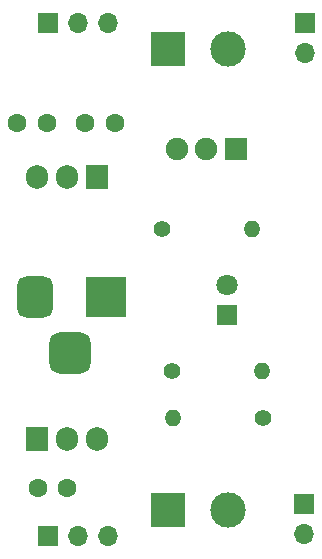
<source format=gbs>
%TF.GenerationSoftware,KiCad,Pcbnew,7.0.6-7.0.6~ubuntu22.10.1*%
%TF.CreationDate,2023-08-25T09:43:34+03:00*%
%TF.ProjectId,Power Supply Module,506f7765-7220-4537-9570-706c79204d6f,rev?*%
%TF.SameCoordinates,Original*%
%TF.FileFunction,Soldermask,Bot*%
%TF.FilePolarity,Negative*%
%FSLAX46Y46*%
G04 Gerber Fmt 4.6, Leading zero omitted, Abs format (unit mm)*
G04 Created by KiCad (PCBNEW 7.0.6-7.0.6~ubuntu22.10.1) date 2023-08-25 09:43:34*
%MOMM*%
%LPD*%
G01*
G04 APERTURE LIST*
G04 Aperture macros list*
%AMRoundRect*
0 Rectangle with rounded corners*
0 $1 Rounding radius*
0 $2 $3 $4 $5 $6 $7 $8 $9 X,Y pos of 4 corners*
0 Add a 4 corners polygon primitive as box body*
4,1,4,$2,$3,$4,$5,$6,$7,$8,$9,$2,$3,0*
0 Add four circle primitives for the rounded corners*
1,1,$1+$1,$2,$3*
1,1,$1+$1,$4,$5*
1,1,$1+$1,$6,$7*
1,1,$1+$1,$8,$9*
0 Add four rect primitives between the rounded corners*
20,1,$1+$1,$2,$3,$4,$5,0*
20,1,$1+$1,$4,$5,$6,$7,0*
20,1,$1+$1,$6,$7,$8,$9,0*
20,1,$1+$1,$8,$9,$2,$3,0*%
G04 Aperture macros list end*
%ADD10R,1.905000X2.000000*%
%ADD11O,1.905000X2.000000*%
%ADD12R,1.900000X1.900000*%
%ADD13C,1.900000*%
%ADD14R,1.800000X1.800000*%
%ADD15C,1.800000*%
%ADD16C,1.600000*%
%ADD17C,1.400000*%
%ADD18O,1.400000X1.400000*%
%ADD19RoundRect,0.875000X-0.875000X-0.875000X0.875000X-0.875000X0.875000X0.875000X-0.875000X0.875000X0*%
%ADD20RoundRect,0.750000X-0.750000X-1.000000X0.750000X-1.000000X0.750000X1.000000X-0.750000X1.000000X0*%
%ADD21R,3.500000X3.500000*%
%ADD22R,1.700000X1.700000*%
%ADD23O,1.700000X1.700000*%
%ADD24C,3.000000*%
%ADD25R,3.000000X3.000000*%
G04 APERTURE END LIST*
D10*
%TO.C,U2*%
X179540000Y-74805000D03*
D11*
X177000000Y-74805000D03*
X174460000Y-74805000D03*
%TD*%
D12*
%TO.C,S1*%
X191250000Y-72500000D03*
D13*
X188750000Y-72500000D03*
X186250000Y-72500000D03*
%TD*%
D14*
%TO.C,D1*%
X190500000Y-86525000D03*
D15*
X190500000Y-83985000D03*
%TD*%
D16*
%TO.C,C2*%
X177000000Y-101200000D03*
X174500000Y-101200000D03*
%TD*%
D17*
%TO.C,R1*%
X185000000Y-79250000D03*
D18*
X192620000Y-79250000D03*
%TD*%
D19*
%TO.C,J1*%
X177250000Y-89700000D03*
D20*
X174250000Y-85000000D03*
D21*
X180250000Y-85000000D03*
%TD*%
D10*
%TO.C,U1*%
X174460000Y-97000000D03*
D11*
X177000000Y-97000000D03*
X179540000Y-97000000D03*
%TD*%
D22*
%TO.C,J6*%
X197100000Y-61800000D03*
D23*
X197100000Y-64340000D03*
%TD*%
D22*
%TO.C,J4*%
X197000000Y-102525000D03*
D23*
X197000000Y-105065000D03*
%TD*%
D22*
%TO.C,J3*%
X175400000Y-61800000D03*
D23*
X177940000Y-61800000D03*
X180480000Y-61800000D03*
%TD*%
D24*
%TO.C,J5*%
X190640000Y-103000000D03*
D25*
X185560000Y-103000000D03*
%TD*%
D17*
%TO.C,R2*%
X193560000Y-95250000D03*
D18*
X185940000Y-95250000D03*
%TD*%
D24*
%TO.C,J2*%
X190640000Y-64000000D03*
D25*
X185560000Y-64000000D03*
%TD*%
D17*
%TO.C,R3*%
X185880000Y-91250000D03*
D18*
X193500000Y-91250000D03*
%TD*%
D16*
%TO.C,C1*%
X181000000Y-70250000D03*
X178500000Y-70250000D03*
%TD*%
%TO.C,C3*%
X175250000Y-70250000D03*
X172750000Y-70250000D03*
%TD*%
D22*
%TO.C,J7*%
X175400000Y-105200000D03*
D23*
X177940000Y-105200000D03*
X180480000Y-105200000D03*
%TD*%
M02*

</source>
